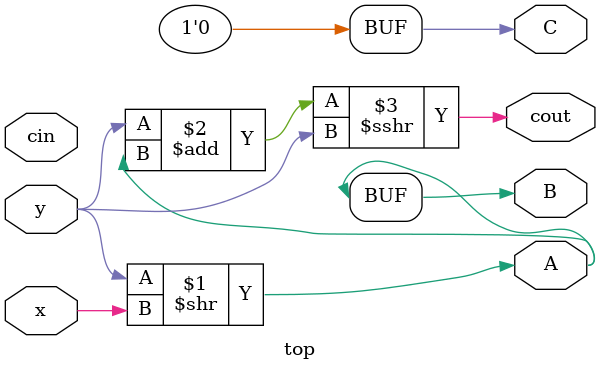
<source format=v>
module top
(
 input signed x,
 input signed y,
 input signed cin,

 output signed A,
 output signed cout,
 output signed B,C
 );


`ifndef BUG
assign A =  y >> x;
assign cout =  y + A >>> y;
assign {B,C} =  {cout,A} << 1;
`else
assign {cout,A} =  cin - y * x;
`endif

endmodule

</source>
